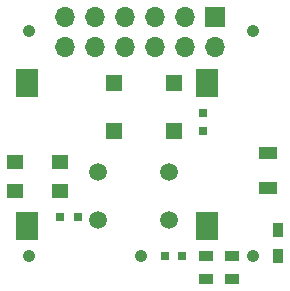
<source format=gts>
G04 #@! TF.FileFunction,Soldermask,Top*
%FSLAX46Y46*%
G04 Gerber Fmt 4.6, Leading zero omitted, Abs format (unit mm)*
G04 Created by KiCad (PCBNEW 4.0.6) date Sat Aug 26 16:54:21 2017*
%MOMM*%
%LPD*%
G01*
G04 APERTURE LIST*
%ADD10C,0.100000*%
%ADD11R,0.900000X1.200000*%
%ADD12R,1.200000X0.900000*%
%ADD13C,1.050000*%
%ADD14R,1.350000X1.270000*%
%ADD15R,1.400000X1.400000*%
%ADD16R,1.970000X2.350000*%
%ADD17C,1.500000*%
%ADD18R,1.600000X1.000000*%
%ADD19R,0.800000X0.750000*%
%ADD20R,0.750000X0.800000*%
%ADD21R,1.700000X1.700000*%
%ADD22O,1.700000X1.700000*%
G04 APERTURE END LIST*
D10*
D11*
X124300000Y-94600000D03*
X124300000Y-96800000D03*
D12*
X118250000Y-96800000D03*
X120450000Y-96800000D03*
X120450000Y-98750000D03*
X118250000Y-98750000D03*
D13*
X103200000Y-96800000D03*
X112700000Y-96800000D03*
X122200000Y-96800000D03*
X122200000Y-77800000D03*
X103200000Y-77800000D03*
D14*
X105870000Y-91345000D03*
X105870000Y-88855000D03*
X102030000Y-91345000D03*
X102030000Y-88855000D03*
D15*
X115490000Y-86200000D03*
X115490000Y-82200000D03*
X110410000Y-86200000D03*
X110410000Y-82200000D03*
D16*
X118270000Y-94310000D03*
X118270000Y-82190000D03*
X103030000Y-94310000D03*
X103030000Y-82190000D03*
D17*
X115050000Y-93750000D03*
X115050000Y-89750000D03*
X109050000Y-93750000D03*
X109050000Y-89750000D03*
D18*
X123500000Y-91100000D03*
X123500000Y-88100000D03*
D19*
X116200000Y-96800000D03*
X114700000Y-96800000D03*
X105850000Y-93550000D03*
X107350000Y-93550000D03*
D20*
X117950000Y-86200000D03*
X117950000Y-84700000D03*
D21*
X119000000Y-76600000D03*
D22*
X119000000Y-79140000D03*
X116460000Y-76600000D03*
X116460000Y-79140000D03*
X113920000Y-76600000D03*
X113920000Y-79140000D03*
X111380000Y-76600000D03*
X111380000Y-79140000D03*
X108840000Y-76600000D03*
X108840000Y-79140000D03*
X106300000Y-76600000D03*
X106300000Y-79140000D03*
M02*

</source>
